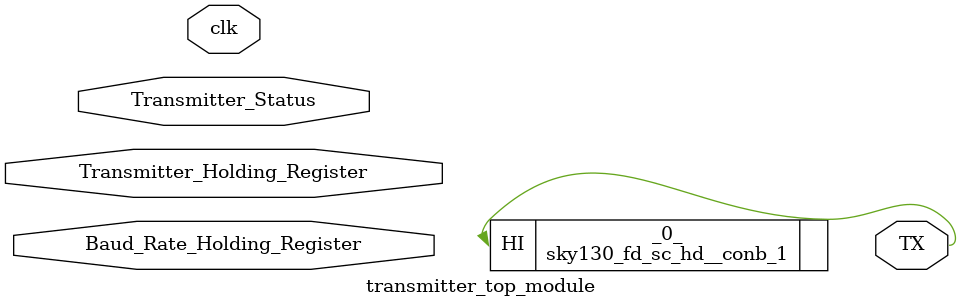
<source format=v>
/* Generated by Yosys 0.9+3621 (git sha1 84e9fa7, gcc 8.3.1 -fPIC -Os) */

module transmitter_top_module(clk, Baud_Rate_Holding_Register, Transmitter_Holding_Register, Transmitter_Status, TX);
  input [31:0] Baud_Rate_Holding_Register;
  output TX;
  input [31:0] Transmitter_Holding_Register;
  input [31:0] Transmitter_Status;
  input clk;
  sky130_fd_sc_hd__conb_1 _0_ (
    .HI(TX)
  );
endmodule

</source>
